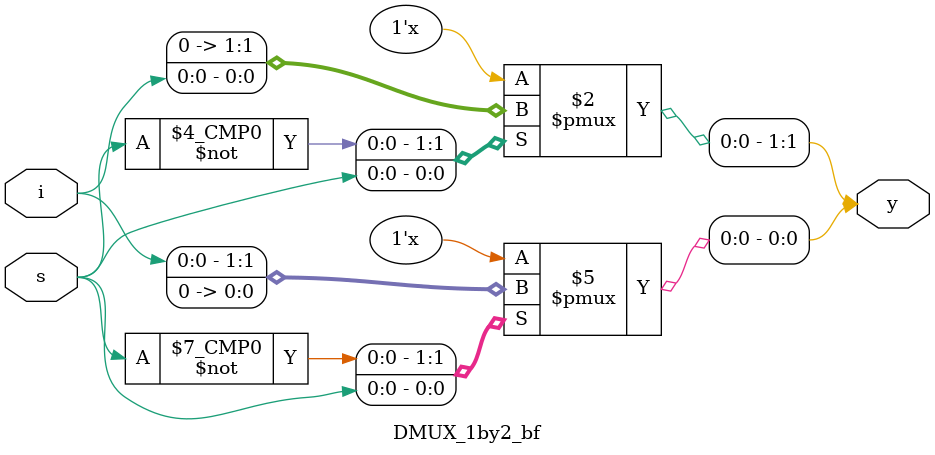
<source format=v>
`timescale 1ns / 1ps


module DMUX_1by2_bf(y,s,i);
input i;
input s;
output [1:0]y;
reg [1:0]y;

always@(s,i)
case(s)
1'b0:begin y[0]=i;y[1]=0;end
1'b1:begin y[0]=0;y[1]=i;end
endcase
endmodule

</source>
